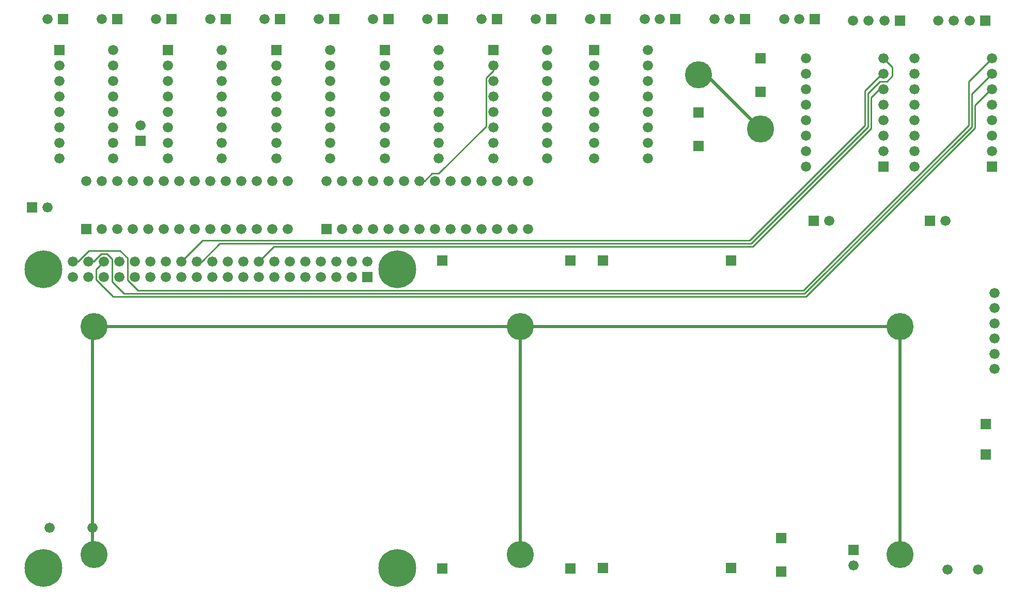
<source format=gbr>
G04 EAGLE Gerber RS-274X export*
G75*
%MOMM*%
%FSLAX34Y34*%
%LPD*%
%INBottom Copper*%
%IPPOS*%
%AMOC8*
5,1,8,0,0,1.08239X$1,22.5*%
G01*
%ADD10R,1.676400X1.676400*%
%ADD11C,1.676400*%
%ADD12C,6.200000*%
%ADD13C,4.445000*%
%ADD14C,0.254000*%
%ADD15C,0.508000*%


D10*
X697386Y41124D03*
X907386Y41124D03*
X697386Y546124D03*
X907386Y546124D03*
X960784Y41632D03*
X1170784Y41632D03*
X960784Y546632D03*
X1170784Y546632D03*
D11*
X1054100Y942340D03*
X1029100Y942340D03*
D10*
X1079100Y942340D03*
D11*
X51000Y942340D03*
D10*
X76000Y942340D03*
D11*
X851100Y942340D03*
D10*
X876100Y942340D03*
D11*
X940000Y942340D03*
D10*
X965000Y942340D03*
D11*
X139900Y942340D03*
D10*
X164900Y942340D03*
D11*
X228800Y942340D03*
D10*
X253800Y942340D03*
D11*
X317700Y942340D03*
D10*
X342700Y942340D03*
D11*
X406600Y942340D03*
D10*
X431600Y942340D03*
D11*
X495500Y942340D03*
D10*
X520500Y942340D03*
D11*
X584400Y942340D03*
D10*
X609400Y942340D03*
D11*
X673300Y942340D03*
D10*
X698300Y942340D03*
D11*
X762200Y942340D03*
D10*
X787200Y942340D03*
X70300Y891540D03*
D11*
X70300Y866140D03*
X70300Y840740D03*
X70300Y815340D03*
X70300Y789940D03*
X70300Y764540D03*
X70300Y739140D03*
X70300Y713740D03*
X158300Y713740D03*
X158300Y739140D03*
X158300Y764540D03*
X158300Y789940D03*
X158300Y815340D03*
X158300Y840740D03*
X158300Y866140D03*
X158300Y891540D03*
D10*
X248100Y891540D03*
D11*
X248100Y866140D03*
X248100Y840740D03*
X248100Y815340D03*
X248100Y789940D03*
X248100Y764540D03*
X248100Y739140D03*
X248100Y713740D03*
X336100Y713740D03*
X336100Y739140D03*
X336100Y764540D03*
X336100Y789940D03*
X336100Y815340D03*
X336100Y840740D03*
X336100Y866140D03*
X336100Y891540D03*
D10*
X425900Y891540D03*
D11*
X425900Y866140D03*
X425900Y840740D03*
X425900Y815340D03*
X425900Y789940D03*
X425900Y764540D03*
X425900Y739140D03*
X425900Y713740D03*
X513900Y713740D03*
X513900Y739140D03*
X513900Y764540D03*
X513900Y789940D03*
X513900Y815340D03*
X513900Y840740D03*
X513900Y866140D03*
X513900Y891540D03*
D10*
X603700Y891540D03*
D11*
X603700Y866140D03*
X603700Y840740D03*
X603700Y815340D03*
X603700Y789940D03*
X603700Y764540D03*
X603700Y739140D03*
X603700Y713740D03*
X691700Y713740D03*
X691700Y739140D03*
X691700Y764540D03*
X691700Y789940D03*
X691700Y815340D03*
X691700Y840740D03*
X691700Y866140D03*
X691700Y891540D03*
D10*
X781500Y891540D03*
D11*
X781500Y866140D03*
X781500Y840740D03*
X781500Y815340D03*
X781500Y789940D03*
X781500Y764540D03*
X781500Y739140D03*
X781500Y713740D03*
X869500Y713740D03*
X869500Y739140D03*
X869500Y764540D03*
X869500Y789940D03*
X869500Y815340D03*
X869500Y840740D03*
X869500Y866140D03*
X869500Y891540D03*
D10*
X946600Y891540D03*
D11*
X946600Y866140D03*
X946600Y840740D03*
X946600Y815340D03*
X946600Y789940D03*
X946600Y764540D03*
X946600Y739140D03*
X946600Y713740D03*
X1034600Y713740D03*
X1034600Y739140D03*
X1034600Y764540D03*
X1034600Y789940D03*
X1034600Y815340D03*
X1034600Y840740D03*
X1034600Y866140D03*
X1034600Y891540D03*
D12*
X623680Y42020D03*
X43680Y42020D03*
X43680Y532020D03*
X623680Y532020D03*
D10*
X574980Y519320D03*
D11*
X549580Y519320D03*
X524180Y519320D03*
X498780Y519320D03*
X473380Y519320D03*
X447980Y519320D03*
X574980Y544720D03*
X549580Y544720D03*
X524180Y544720D03*
X498780Y544720D03*
X473380Y544720D03*
X447980Y544720D03*
X422580Y519320D03*
X422580Y544720D03*
X397180Y519320D03*
X371780Y519320D03*
X346380Y519320D03*
X320980Y519320D03*
X295580Y519320D03*
X270180Y519320D03*
X397180Y544720D03*
X371780Y544720D03*
X346380Y544720D03*
X320980Y544720D03*
X295580Y544720D03*
X270180Y544720D03*
X244780Y519320D03*
X244780Y544720D03*
X219380Y519320D03*
X193980Y519320D03*
X168580Y519320D03*
X143180Y519320D03*
X117780Y519320D03*
X92380Y519320D03*
X219380Y544720D03*
X193980Y544720D03*
X168580Y544720D03*
X143180Y544720D03*
X117780Y544720D03*
X92380Y544720D03*
X1420622Y776656D03*
X1293622Y776656D03*
X1420622Y802056D03*
X1420622Y827456D03*
X1420622Y852856D03*
X1420622Y878256D03*
X1420622Y751256D03*
X1420622Y725856D03*
D10*
X1420622Y700456D03*
D11*
X1293622Y751256D03*
X1293622Y725856D03*
X1293622Y700456D03*
X1293622Y802056D03*
X1293622Y827456D03*
X1293622Y852856D03*
X1293622Y878256D03*
X1168400Y942340D03*
X1143400Y942340D03*
D10*
X1193400Y942340D03*
D11*
X1598422Y776656D03*
X1471422Y776656D03*
X1598422Y802056D03*
X1598422Y827456D03*
X1598422Y852856D03*
X1598422Y878256D03*
X1598422Y751256D03*
X1598422Y725856D03*
D10*
X1598422Y700456D03*
D11*
X1471422Y751256D03*
X1471422Y725856D03*
X1471422Y700456D03*
X1471422Y802056D03*
X1471422Y827456D03*
X1471422Y852856D03*
X1471422Y878256D03*
X1282700Y942340D03*
X1257700Y942340D03*
D10*
X1307700Y942340D03*
X508000Y598190D03*
D11*
X533400Y598190D03*
X558800Y598190D03*
X584200Y598190D03*
X609600Y598190D03*
X635000Y598190D03*
X660400Y598190D03*
X685800Y598190D03*
X711200Y598190D03*
X736600Y598190D03*
X762000Y598190D03*
X787400Y598190D03*
X812800Y598190D03*
X838200Y598190D03*
X838200Y676890D03*
X812800Y676890D03*
X787400Y676890D03*
X762000Y676890D03*
X736600Y676890D03*
X711200Y676890D03*
X685800Y676890D03*
X660400Y676890D03*
X635000Y676890D03*
X609600Y676890D03*
X584200Y676890D03*
X558800Y676890D03*
X533400Y676890D03*
X508000Y676890D03*
D10*
X114300Y598190D03*
D11*
X139700Y598190D03*
X165100Y598190D03*
X190500Y598190D03*
X215900Y598190D03*
X241300Y598190D03*
X266700Y598190D03*
X292100Y598190D03*
X317500Y598190D03*
X342900Y598190D03*
X368300Y598190D03*
X393700Y598190D03*
X419100Y598190D03*
X444500Y598190D03*
X444500Y676890D03*
X419100Y676890D03*
X393700Y676890D03*
X368300Y676890D03*
X342900Y676890D03*
X317500Y676890D03*
X292100Y676890D03*
X266700Y676890D03*
X241300Y676890D03*
X215900Y676890D03*
X190500Y676890D03*
X165100Y676890D03*
X139700Y676890D03*
X114300Y676890D03*
D10*
X1497022Y611556D03*
D11*
X1522022Y611556D03*
D10*
X1306522Y611556D03*
D11*
X1331522Y611556D03*
X1602922Y493256D03*
X1602922Y468256D03*
X1602922Y443256D03*
X1602922Y418256D03*
X1602922Y393256D03*
X1602922Y368256D03*
D10*
X1587922Y278256D03*
X1587922Y228256D03*
X1252982Y90746D03*
X1252982Y35746D03*
D11*
X1575162Y39116D03*
X1525162Y39116D03*
D10*
X1447800Y939800D03*
D11*
X1422000Y939800D03*
X1396200Y939800D03*
X1370400Y939800D03*
D10*
X1587500Y939800D03*
D11*
X1561700Y939800D03*
X1535900Y939800D03*
X1510100Y939800D03*
D10*
X1219200Y823400D03*
X1219200Y878400D03*
X1117600Y789500D03*
X1117600Y734500D03*
D13*
X127000Y438150D03*
X127000Y63500D03*
X825500Y438150D03*
X825500Y63500D03*
X1447800Y438150D03*
X1447800Y63500D03*
X1117600Y850900D03*
X1219200Y762000D03*
D10*
X1371600Y71120D03*
D11*
X1371600Y45720D03*
D10*
X203200Y742950D03*
D11*
X203200Y768350D03*
D10*
X25400Y633730D03*
D11*
X50800Y633730D03*
X53900Y107950D03*
X123900Y107950D03*
D14*
X397180Y544720D02*
X421420Y568960D01*
X1206246Y568960D02*
X1400302Y763016D01*
X1400302Y813816D01*
X1413942Y827456D01*
X1420622Y827456D01*
X1206246Y568960D02*
X421420Y568960D01*
X303546Y544720D02*
X295580Y544720D01*
X303546Y544720D02*
X332866Y574040D01*
X1203706Y574040D02*
X1395222Y765556D01*
X1395222Y820381D01*
X1414992Y840151D01*
X1426242Y840151D02*
X1435222Y849131D01*
X1435222Y863656D01*
X1420622Y878256D01*
X1203706Y574040D02*
X332866Y574040D01*
X1414992Y840151D02*
X1426242Y840151D01*
X304580Y579120D02*
X270180Y544720D01*
X304580Y579120D02*
X1201166Y579120D01*
X1390142Y768096D01*
X1390142Y825026D01*
X1417972Y852856D02*
X1420622Y852856D01*
X1417972Y852856D02*
X1390142Y825026D01*
X100346Y544720D02*
X92380Y544720D01*
X100346Y544720D02*
X118126Y562500D01*
X169505Y562500D01*
X181610Y550395D01*
X1289052Y496826D02*
X1560322Y768096D01*
X1560322Y840156D01*
X1598422Y878256D01*
X199040Y496826D02*
X181610Y514256D01*
X199040Y496826D02*
X1289052Y496826D01*
X181610Y514256D02*
X181610Y550395D01*
X143180Y544720D02*
X130480Y532020D01*
X130480Y514680D01*
X1570482Y763888D02*
X1570482Y801116D01*
X1596822Y827456D01*
X1598422Y827456D01*
X158494Y486666D02*
X130480Y514680D01*
X158494Y486666D02*
X1293261Y486666D01*
X1570482Y763888D01*
X147915Y557420D02*
X138446Y557420D01*
X147915Y557420D02*
X156210Y549125D01*
X156210Y511810D01*
X125746Y544720D02*
X117780Y544720D01*
X125746Y544720D02*
X138446Y557420D01*
X156210Y511810D02*
X176274Y491746D01*
X1291156Y491746D02*
X1565402Y765992D01*
X1565402Y819836D02*
X1598422Y852856D01*
X1291156Y491746D02*
X176274Y491746D01*
X1565402Y765992D02*
X1565402Y819836D01*
X668558Y676890D02*
X660400Y676890D01*
X668558Y676890D02*
X680750Y689082D01*
X691622Y689082D01*
X781500Y857982D02*
X781500Y866140D01*
X781500Y857982D02*
X769308Y845790D01*
X769308Y766768D01*
X691622Y689082D01*
D15*
X123900Y66600D02*
X127000Y63500D01*
X123900Y66600D02*
X123900Y107950D01*
X123900Y435050D01*
X127000Y438150D01*
X825500Y438150D01*
X825500Y63500D01*
X825500Y438150D02*
X1447800Y438150D01*
X1447800Y63500D01*
X1130300Y850900D02*
X1117600Y850900D01*
X1130300Y850900D02*
X1219200Y762000D01*
M02*

</source>
